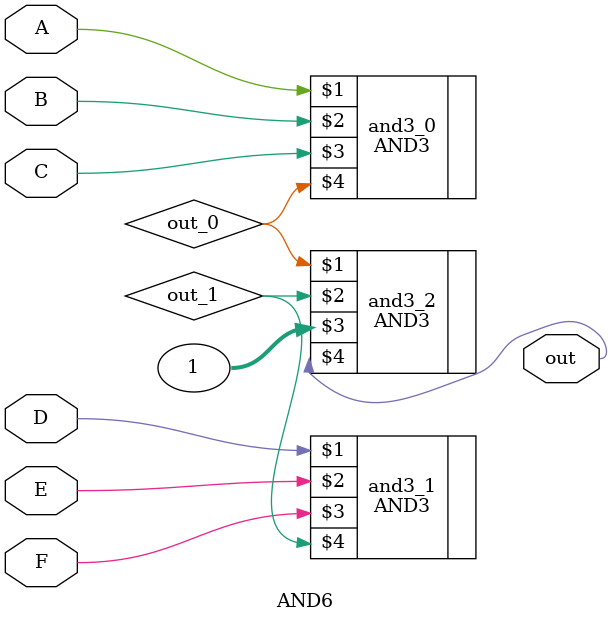
<source format=v>
module AND6 (
    input  A, B, C, D, E, F,
    output out
);
    wire out_0;
    wire out_1;

    AND3 and3_0(A, B, C, out_0);
    AND3 and3_1(D, E, F, out_1);
    AND3 and3_2(out_0, out_1, 1, out);

endmodule

</source>
